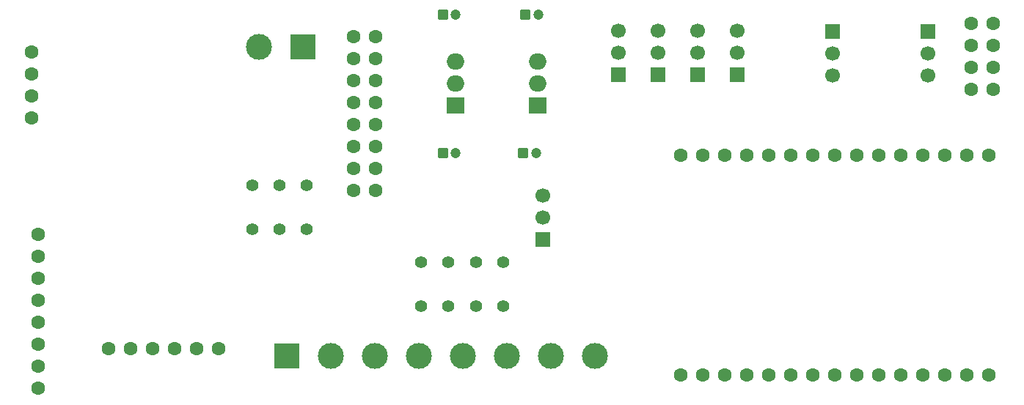
<source format=gbr>
%TF.GenerationSoftware,KiCad,Pcbnew,9.0.3-9.0.3-0~ubuntu22.04.1*%
%TF.CreationDate,2025-09-08T21:56:23-03:00*%
%TF.ProjectId,airplane,61697270-6c61-46e6-952e-6b696361645f,0.0.1*%
%TF.SameCoordinates,Original*%
%TF.FileFunction,Soldermask,Top*%
%TF.FilePolarity,Negative*%
%FSLAX46Y46*%
G04 Gerber Fmt 4.6, Leading zero omitted, Abs format (unit mm)*
G04 Created by KiCad (PCBNEW 9.0.3-9.0.3-0~ubuntu22.04.1) date 2025-09-08 21:56:23*
%MOMM*%
%LPD*%
G01*
G04 APERTURE LIST*
G04 Aperture macros list*
%AMRoundRect*
0 Rectangle with rounded corners*
0 $1 Rounding radius*
0 $2 $3 $4 $5 $6 $7 $8 $9 X,Y pos of 4 corners*
0 Add a 4 corners polygon primitive as box body*
4,1,4,$2,$3,$4,$5,$6,$7,$8,$9,$2,$3,0*
0 Add four circle primitives for the rounded corners*
1,1,$1+$1,$2,$3*
1,1,$1+$1,$4,$5*
1,1,$1+$1,$6,$7*
1,1,$1+$1,$8,$9*
0 Add four rect primitives between the rounded corners*
20,1,$1+$1,$2,$3,$4,$5,0*
20,1,$1+$1,$4,$5,$6,$7,0*
20,1,$1+$1,$6,$7,$8,$9,0*
20,1,$1+$1,$8,$9,$2,$3,0*%
G04 Aperture macros list end*
%ADD10C,1.600000*%
%ADD11C,1.400000*%
%ADD12R,1.700000X1.700000*%
%ADD13C,1.700000*%
%ADD14R,2.000000X1.905000*%
%ADD15O,2.000000X1.905000*%
%ADD16RoundRect,0.250000X-0.350000X-0.350000X0.350000X-0.350000X0.350000X0.350000X-0.350000X0.350000X0*%
%ADD17C,1.200000*%
%ADD18R,3.000000X3.000000*%
%ADD19C,3.000000*%
G04 APERTURE END LIST*
D10*
%TO.C,U13*%
X136940000Y-103110000D03*
X134400000Y-103110000D03*
X136940000Y-100570000D03*
X134400000Y-100570000D03*
X136940000Y-98030000D03*
X134400000Y-98030000D03*
X136940000Y-95490000D03*
X134400000Y-95490000D03*
X136940000Y-92950000D03*
X134400000Y-92950000D03*
X136940000Y-90410000D03*
X134400000Y-90410000D03*
X136940000Y-87870000D03*
X134400000Y-87870000D03*
X136940000Y-85330000D03*
X134400000Y-85330000D03*
%TD*%
D11*
%TO.C,R7*%
X129000000Y-102500000D03*
X129000000Y-107580000D03*
%TD*%
%TO.C,R6*%
X125850000Y-107580000D03*
X125850000Y-102500000D03*
%TD*%
%TO.C,R5*%
X122700000Y-107580000D03*
X122700000Y-102500000D03*
%TD*%
D12*
%TO.C,U4*%
X189700000Y-84710000D03*
D13*
X189700000Y-87250000D03*
X189700000Y-89790000D03*
%TD*%
D12*
%TO.C,M4*%
X164930000Y-89750000D03*
D13*
X164930000Y-87210000D03*
X164930000Y-84670000D03*
%TD*%
D12*
%TO.C,M2*%
X174110000Y-89750000D03*
D13*
X174110000Y-87210000D03*
X174110000Y-84670000D03*
%TD*%
D14*
%TO.C,U6*%
X155650000Y-93290000D03*
D15*
X155650000Y-90750000D03*
X155650000Y-88210000D03*
%TD*%
D10*
%TO.C,U2*%
X205660000Y-83810000D03*
X208200000Y-83810000D03*
X205660000Y-86350000D03*
X208200000Y-86350000D03*
X205660000Y-88890000D03*
X208200000Y-88890000D03*
X205660000Y-91430000D03*
X208200000Y-91430000D03*
%TD*%
D11*
%TO.C,R4*%
X151650000Y-116500000D03*
X151650000Y-111420000D03*
%TD*%
D16*
%TO.C,C4*%
X144700000Y-82750000D03*
D17*
X146200000Y-82750000D03*
%TD*%
D11*
%TO.C,R3*%
X148500000Y-116500000D03*
X148500000Y-111420000D03*
%TD*%
%TO.C,R1*%
X142200000Y-116500000D03*
X142200000Y-111420000D03*
%TD*%
D18*
%TO.C,U8*%
X126720000Y-122250000D03*
D19*
X131800000Y-122250000D03*
X136880000Y-122250000D03*
X141960000Y-122250000D03*
X147040000Y-122250000D03*
X152120000Y-122250000D03*
X157200000Y-122250000D03*
X162280000Y-122250000D03*
%TD*%
D10*
%TO.C,U11*%
X106100000Y-121400000D03*
X108640000Y-121400000D03*
X111180000Y-121400000D03*
X113720000Y-121400000D03*
X116260000Y-121400000D03*
X118800000Y-121400000D03*
%TD*%
D12*
%TO.C,U10*%
X156250000Y-108790000D03*
D13*
X156250000Y-106250000D03*
X156250000Y-103710000D03*
%TD*%
D16*
%TO.C,C1*%
X153977401Y-98750000D03*
D17*
X155477401Y-98750000D03*
%TD*%
D14*
%TO.C,U7*%
X146200000Y-93250000D03*
D15*
X146200000Y-90710000D03*
X146200000Y-88170000D03*
%TD*%
D16*
%TO.C,C3*%
X144700000Y-98750000D03*
D17*
X146200000Y-98750000D03*
%TD*%
D16*
%TO.C,C2*%
X154200000Y-82750000D03*
D17*
X155700000Y-82750000D03*
%TD*%
D11*
%TO.C,R2*%
X145350000Y-116500000D03*
X145350000Y-111420000D03*
%TD*%
D12*
%TO.C,M1*%
X178700000Y-89750000D03*
D13*
X178700000Y-87210000D03*
X178700000Y-84670000D03*
%TD*%
D18*
%TO.C,U5*%
X128540000Y-86500000D03*
D19*
X123460000Y-86500000D03*
%TD*%
D10*
%TO.C,U1*%
X172180000Y-124450000D03*
X174720000Y-124450000D03*
X177260000Y-124450000D03*
X179800000Y-124450000D03*
X182340000Y-124450000D03*
X184880000Y-124450000D03*
X187420000Y-124450000D03*
X189960000Y-124450000D03*
X192500000Y-124450000D03*
X195040000Y-124450000D03*
X197580000Y-124450000D03*
X200120000Y-124450000D03*
X202660000Y-124450000D03*
X205200000Y-124450000D03*
X207740000Y-124450000D03*
X172180000Y-99050000D03*
X174720000Y-99050000D03*
X177260000Y-99050000D03*
X179800000Y-99050000D03*
X182340000Y-99050000D03*
X184880000Y-99050000D03*
X187420000Y-99050000D03*
X189960000Y-99050000D03*
X192500000Y-99050000D03*
X195040000Y-99050000D03*
X197580000Y-99050000D03*
X200120000Y-99050000D03*
X202660000Y-99050000D03*
X205200000Y-99050000D03*
X207740000Y-99050000D03*
%TD*%
D12*
%TO.C,M3*%
X169520000Y-89750000D03*
D13*
X169520000Y-87210000D03*
X169520000Y-84670000D03*
%TD*%
D10*
%TO.C,U9*%
X98000000Y-125990000D03*
X98000000Y-123450000D03*
X98000000Y-120910000D03*
X98000000Y-118370000D03*
X98000000Y-115830000D03*
X98000000Y-113290000D03*
X98000000Y-110750000D03*
X98000000Y-108210000D03*
%TD*%
D12*
%TO.C,U3*%
X200700000Y-84710000D03*
D13*
X200700000Y-87250000D03*
X200700000Y-89790000D03*
%TD*%
D10*
%TO.C,U12*%
X97200000Y-87130000D03*
X97200000Y-89670000D03*
X97200000Y-92210000D03*
X97200000Y-94750000D03*
%TD*%
M02*

</source>
